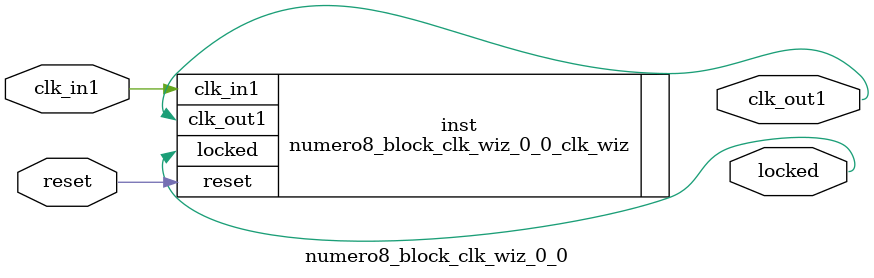
<source format=v>


`timescale 1ps/1ps

(* CORE_GENERATION_INFO = "numero8_block_clk_wiz_0_0,clk_wiz_v6_0_10_0_0,{component_name=numero8_block_clk_wiz_0_0,use_phase_alignment=true,use_min_o_jitter=false,use_max_i_jitter=false,use_dyn_phase_shift=false,use_inclk_switchover=false,use_dyn_reconfig=false,enable_axi=0,feedback_source=FDBK_AUTO,PRIMITIVE=MMCM,num_out_clk=1,clkin1_period=8.000,clkin2_period=10.000,use_power_down=false,use_reset=true,use_locked=true,use_inclk_stopped=false,feedback_type=SINGLE,CLOCK_MGR_TYPE=NA,manual_override=false}" *)

module numero8_block_clk_wiz_0_0 
 (
  // Clock out ports
  output        clk_out1,
  // Status and control signals
  input         reset,
  output        locked,
 // Clock in ports
  input         clk_in1
 );

  numero8_block_clk_wiz_0_0_clk_wiz inst
  (
  // Clock out ports  
  .clk_out1(clk_out1),
  // Status and control signals               
  .reset(reset), 
  .locked(locked),
 // Clock in ports
  .clk_in1(clk_in1)
  );

endmodule

</source>
